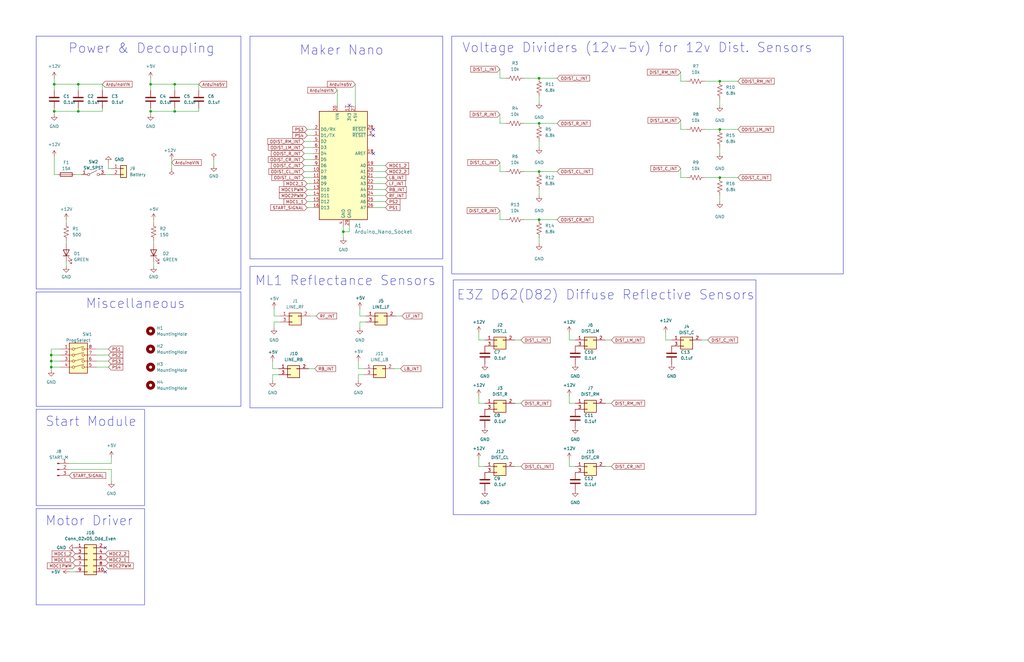
<source format=kicad_sch>
(kicad_sch (version 20231120) (generator "eeschema") (generator_version "8.0")
  (paper "B")
  (lib_symbols
    (symbol "Conn_02x02_Odd_Even_1" (pin_names (offset 1.016) hide)
      (property "Reference" "J7" (at 1.27 6.35 0))
      (property "Value" "Conn_02x02_Odd_Even_1" (at 1.27 3.81 0))
      (symbol "Conn_02x02_Odd_Even_1_1_1"
        (pin passive line (at -5.08 0 0) (length 3.81) (name "Pin_1") (number "1"))
        (pin passive line (at 7.62 0 180) (length 3.81) (name "Pin_2") (number "2"))
        (pin passive line (at -5.08 -2.54 0) (length 3.81) (name "Pin_3") (number "3"))
      )
    )
    (symbol "Conn_02x02_Odd_Even_2" (pin_names (offset 1.016) hide)
      (property "Reference" "J8" (at 1.27 6.35 0))
      (property "Value" "Conn_02x02_Odd_Even_2" (at 1.27 3.81 0))
      (symbol "Conn_02x02_Odd_Even_2_1_1"
        (pin passive line (at -5.08 0 0) (length 3.81) (name "Pin_1") (number "1"))
        (pin passive line (at 7.62 0 180) (length 3.81) (name "Pin_2") (number "2"))
        (pin passive line (at -5.08 -2.54 0) (length 3.81) (name "Pin_3") (number "3"))
      )
    )
    (symbol "Connector:Conn_01x03_Pin" (pin_names (offset 1.016) hide)
      (property "Reference" "J" (at 0 5.08 0))
      (property "Value" "Conn_01x03_Pin" (at 0 -5.08 0))
      (symbol "Conn_01x03_Pin_1_1"
        (pin passive line (at 5.08 2.54 180) (length 3.81) (name "Pin_1") (number "1"))
        (pin passive line (at 5.08 0 180) (length 3.81) (name "Pin_2") (number "2"))
        (pin passive line (at 5.08 -2.54 180) (length 3.81) (name "Pin_3") (number "3"))
      )
    )
    (symbol "Connector_Generic:Conn_01x02" (pin_names (offset 1.016) hide)
      (property "Reference" "J" (at 0 2.54 0))
      (property "Value" "Conn_01x02" (at 0 -5.08 0))
      (symbol "Conn_01x02_1_1"
        (pin passive line (at -5.08 0 0) (length 3.81) (name "Pin_1") (number "1"))
        (pin passive line (at -5.08 -2.54 0) (length 3.81) (name "Pin_2") (number "2"))
      )
    )
    (symbol "Connector_Generic:Conn_02x05_Odd_Even" (pin_names (offset 1.016) hide)
      (property "Reference" "J" (at 1.27 7.62 0))
      (property "Value" "Conn_02x05_Odd_Even" (at 1.27 -7.62 0))
      (symbol "Conn_02x05_Odd_Even_1_1"
        (pin passive line (at -5.08 5.08 0) (length 3.81) (name "Pin_1") (number "1"))
        (pin passive line (at 7.62 -5.08 180) (length 3.81) (name "Pin_10") (number "10"))
        (pin passive line (at 7.62 5.08 180) (length 3.81) (name "Pin_2") (number "2"))
        (pin passive line (at -5.08 2.54 0) (length 3.81) (name "Pin_3") (number "3"))
        (pin passive line (at 7.62 2.54 180) (length 3.81) (name "Pin_4") (number "4"))
        (pin passive line (at -5.08 0 0) (length 3.81) (name "Pin_5") (number "5"))
        (pin passive line (at 7.62 0 180) (length 3.81) (name "Pin_6") (number "6"))
        (pin passive line (at -5.08 -2.54 0) (length 3.81) (name "Pin_7") (number "7"))
        (pin passive line (at 7.62 -2.54 180) (length 3.81) (name "Pin_8") (number "8"))
        (pin passive line (at -5.08 -5.08 0) (length 3.81) (name "Pin_9") (number "9"))
      )
    )
    (symbol "Device:C" (pin_numbers hide) (pin_names (offset 0.254))
      (property "Reference" "C" (at 0.635 2.54 0))
      (property "Value" "C" (at 0.635 -2.54 0))
      (symbol "C_1_1"
        (pin passive line (at 0 3.81 270) (length 2.794) (name "~") (number "1"))
        (pin passive line (at 0 -3.81 90) (length 2.794) (name "~") (number "2"))
      )
    )
    (symbol "Device:Fuse" (pin_numbers hide) (pin_names (offset 0))
      (property "Reference" "F" (at 2.032 0 90))
      (property "Value" "Fuse" (at -1.905 0 90))
      (symbol "Fuse_1_1"
        (pin passive line (at 0 3.81 270) (length 1.27) (name "~") (number "1"))
        (pin passive line (at 0 -3.81 90) (length 1.27) (name "~") (number "2"))
      )
    )
    (symbol "Device:LED" (pin_numbers hide) (pin_names (offset 1.016) hide)
      (property "Reference" "D" (at 0 2.54 0))
      (property "Value" "LED" (at 0 -2.54 0))
      (symbol "LED_1_1"
        (pin passive line (at -3.81 0 0) (length 2.54) (name "K") (number "1"))
        (pin passive line (at 3.81 0 180) (length 2.54) (name "A") (number "2"))
      )
    )
    (symbol "Device:R_US" (pin_numbers hide) (pin_names (offset 0))
      (property "Reference" "R" (at 2.54 0 90))
      (property "Value" "R_US" (at -2.54 0 90))
      (symbol "R_US_1_1"
        (pin passive line (at 0 3.81 270) (length 1.27) (name "~") (number "1"))
        (pin passive line (at 0 -3.81 90) (length 1.27) (name "~") (number "2"))
      )
    )
    (symbol "GND_6" (power) (pin_numbers hide) (pin_names (offset 0) hide)
      (property "Value" "GND" (at 0 -3.81 0))
      (symbol "GND_6_1_1"
        (pin power_in line (at 0 0 270) (length 0) (name "~") (number "1"))
      )
    )
    (symbol "MCU_Module:Arduino_Nano_v3.x"
      (property "Reference" "A" (at -10.16 23.495 0))
      (property "Value" "Arduino_Nano_v3.x" (at 5.08 -24.13 0))
      (symbol "Arduino_Nano_v3.x_1_1"
        (pin bidirectional line (at -12.7 12.7 0) (length 2.54) (name "D1/TX") (number "1"))
        (pin bidirectional line (at -12.7 -2.54 0) (length 2.54) (name "D7") (number "10"))
        (pin bidirectional line (at -12.7 -5.08 0) (length 2.54) (name "D8") (number "11"))
        (pin bidirectional line (at -12.7 -7.62 0) (length 2.54) (name "D9") (number "12"))
        (pin bidirectional line (at -12.7 -10.16 0) (length 2.54) (name "D10") (number "13"))
        (pin bidirectional line (at -12.7 -12.7 0) (length 2.54) (name "D11") (number "14"))
        (pin bidirectional line (at -12.7 -15.24 0) (length 2.54) (name "D12") (number "15"))
        (pin bidirectional line (at -12.7 -17.78 0) (length 2.54) (name "D13") (number "16"))
        (pin power_out line (at 2.54 25.4 270) (length 2.54) (name "3V3") (number "17"))
        (pin input line (at 12.7 5.08 180) (length 2.54) (name "AREF") (number "18"))
        (pin bidirectional line (at 12.7 0 180) (length 2.54) (name "A0") (number "19"))
        (pin bidirectional line (at -12.7 15.24 0) (length 2.54) (name "D0/RX") (number "2"))
        (pin bidirectional line (at 12.7 -2.54 180) (length 2.54) (name "A1") (number "20"))
        (pin bidirectional line (at 12.7 -5.08 180) (length 2.54) (name "A2") (number "21"))
        (pin bidirectional line (at 12.7 -7.62 180) (length 2.54) (name "A3") (number "22"))
        (pin bidirectional line (at 12.7 -10.16 180) (length 2.54) (name "A4") (number "23"))
        (pin bidirectional line (at 12.7 -12.7 180) (length 2.54) (name "A5") (number "24"))
        (pin bidirectional line (at 12.7 -15.24 180) (length 2.54) (name "A6") (number "25"))
        (pin bidirectional line (at 12.7 -17.78 180) (length 2.54) (name "A7") (number "26"))
        (pin power_out line (at 5.08 25.4 270) (length 2.54) (name "+5V") (number "27"))
        (pin input line (at 12.7 15.24 180) (length 2.54) (name "~{RESET}") (number "28"))
        (pin power_in line (at 2.54 -25.4 90) (length 2.54) (name "GND") (number "29"))
        (pin input line (at 12.7 12.7 180) (length 2.54) (name "~{RESET}") (number "3"))
        (pin power_in line (at -2.54 25.4 270) (length 2.54) (name "VIN") (number "30"))
        (pin power_in line (at 0 -25.4 90) (length 2.54) (name "GND") (number "4"))
        (pin bidirectional line (at -12.7 10.16 0) (length 2.54) (name "D2") (number "5"))
        (pin bidirectional line (at -12.7 7.62 0) (length 2.54) (name "D3") (number "6"))
        (pin bidirectional line (at -12.7 5.08 0) (length 2.54) (name "D4") (number "7"))
        (pin bidirectional line (at -12.7 2.54 0) (length 2.54) (name "D5") (number "8"))
        (pin bidirectional line (at -12.7 0 0) (length 2.54) (name "D6") (number "9"))
      )
    )
    (symbol "Mechanical:MountingHole" (pin_names (offset 1.016))
      (property "Reference" "H" (at 0 5.08 0))
      (property "Value" "MountingHole" (at 0 3.175 0))
    )
    (symbol "Switch:SW_DIP_x04" (pin_names (offset 0) hide)
      (property "Reference" "SW" (at 0 8.89 0))
      (property "Value" "SW_DIP_x04" (at 0 -6.35 0))
      (symbol "SW_DIP_x04_1_1"
        (pin passive line (at -7.62 5.08 0) (length 5.08) (name "~") (number "1"))
        (pin passive line (at -7.62 2.54 0) (length 5.08) (name "~") (number "2"))
        (pin passive line (at -7.62 0 0) (length 5.08) (name "~") (number "3"))
        (pin passive line (at -7.62 -2.54 0) (length 5.08) (name "~") (number "4"))
        (pin passive line (at 7.62 -2.54 180) (length 5.08) (name "~") (number "5"))
        (pin passive line (at 7.62 0 180) (length 5.08) (name "~") (number "6"))
        (pin passive line (at 7.62 2.54 180) (length 5.08) (name "~") (number "7"))
        (pin passive line (at 7.62 5.08 180) (length 5.08) (name "~") (number "8"))
      )
    )
    (symbol "Switch:SW_SPST" (pin_names (offset 0) hide)
      (property "Reference" "SW1" (at 0 5.3508 0))
      (property "Value" "SW_SPST" (at 0 2.8139 0))
      (symbol "SW_SPST_1_1"
        (pin passive line (at -5.08 0 0) (length 2.54) (name "A") (number "1"))
        (pin passive line (at 5.08 0 180) (length 2.54) (name "B") (number "3"))
      )
    )
    (symbol "power:+12V" (power) (pin_names (offset 0))
      (property "Value" "+12V" (at 0 3.556 0))
      (symbol "+12V_1_1"
        (pin power_in line (at 0 0 90) (length 0) hide (name "+12V") (number "1"))
      )
    )
    (symbol "power:+3.3V" (power) (pin_names (offset 0))
      (property "Value" "+3.3V" (at 0 3.556 0))
      (symbol "+3.3V_1_1"
        (pin power_in line (at 0 0 90) (length 0) hide (name "+3.3V") (number "1"))
      )
    )
    (symbol "power:+5V" (power) (pin_numbers hide) (pin_names (offset 0) hide)
      (property "Value" "+5V" (at 0 3.556 0))
      (symbol "+5V_1_1"
        (pin power_in line (at 0 0 90) (length 0) (name "~") (number "1"))
      )
    )
    (symbol "power:GND" (power) (pin_names (offset 0))
      (property "Value" "GND" (at 0 -3.81 0))
      (symbol "GND_1_1"
        (pin power_in line (at 0 0 270) (length 0) hide (name "GND") (number "1"))
      )
    )
    (symbol "power:PWR_FLAG" (power) (pin_numbers hide) (pin_names (offset 0) hide)
      (property "Value" "PWR_FLAG" (at 0 3.81 0))
      (symbol "PWR_FLAG_0_0"
        (pin power_out line (at 0 0 90) (length 0) (name "pwr") (number "1"))
      )
    )
  )
  (junction (at 21.59 154.94))
  (junction (at 22.86 35.56))
  (junction (at 227.33 33.02))
  (junction (at 33.02 46.99))
  (junction (at 227.33 92.71))
  (junction (at 63.5 35.56))
  (junction (at 33.02 35.56))
  (junction (at 303.53 34.29))
  (junction (at 63.5 46.99))
  (junction (at 22.86 46.99))
  (junction (at 21.59 149.86))
  (junction (at 73.66 46.99))
  (junction (at 303.53 74.93))
  (junction (at 21.59 152.4))
  (junction (at 303.53 54.61))
  (junction (at 144.78 97.79))
  (junction (at 73.66 35.56))
  (junction (at 227.33 72.39))
  (junction (at 227.33 52.07))
  (no_connect (at 44.45 231.14))
  (no_connect (at 157.48 57.15))
  (no_connect (at 147.32 44.45))
  (no_connect (at 157.48 64.77))
  (no_connect (at 157.48 54.61))
  (no_connect (at 44.45 241.3))
  (wire (pts (xy 227.33 33.02) (xy 234.95 33.02)))
  (wire (pts (xy 255.27 170.18) (xy 257.81 170.18)))
  (wire (pts (xy 210.82 29.21) (xy 210.82 33.02)))
  (wire (pts (xy 115.57 133.35) (xy 115.57 130.175)))
  (wire (pts (xy 240.03 167.005) (xy 240.03 170.18)))
  (wire (pts (xy 118.11 133.35) (xy 115.57 133.35)))
  (wire (pts (xy 73.66 46.99) (xy 83.82 46.99)))
  (wire (pts (xy 27.94 92.71) (xy 27.94 93.98)))
  (wire (pts (xy 33.02 46.99) (xy 43.18 46.99)))
  (wire (pts (xy 63.5 33.02) (xy 63.5 35.56)))
  (wire (pts (xy 242.57 196.85) (xy 240.03 196.85)))
  (wire (pts (xy 63.5 46.99) (xy 73.66 46.99)))
  (wire (pts (xy 27.94 101.6) (xy 27.94 102.87)))
  (wire (pts (xy 157.48 77.47) (xy 162.56 77.47)))
  (wire (pts (xy 303.53 54.61) (xy 311.15 54.61)))
  (wire (pts (xy 201.93 143.51) (xy 201.93 140.335)))
  (wire (pts (xy 242.57 170.18) (xy 240.03 170.18)))
  (wire (pts (xy 21.59 154.94) (xy 25.4 154.94)))
  (wire (pts (xy 210.82 72.39) (xy 213.36 72.39)))
  (wire (pts (xy 227.33 52.07) (xy 234.95 52.07)))
  (wire (pts (xy 128.27 64.77) (xy 132.08 64.77)))
  (wire (pts (xy 255.27 143.51) (xy 257.81 143.51)))
  (wire (pts (xy 24.13 73.66) (xy 22.86 73.66)))
  (wire (pts (xy 287.02 54.61) (xy 289.56 54.61)))
  (wire (pts (xy 22.86 33.02) (xy 22.86 35.56)))
  (wire (pts (xy 45.72 71.12) (xy 46.99 71.12)))
  (wire (pts (xy 297.18 34.29) (xy 303.53 34.29)))
  (wire (pts (xy 204.47 170.18) (xy 201.93 170.18)))
  (wire (pts (xy 22.86 66.04) (xy 22.86 73.66)))
  (wire (pts (xy 240.03 193.675) (xy 240.03 196.85)))
  (wire (pts (xy 151.13 152.4) (xy 151.13 155.575)))
  (wire (pts (xy 157.48 80.01) (xy 162.56 80.01)))
  (wire (pts (xy 40.64 154.94) (xy 45.72 154.94)))
  (wire (pts (xy 43.18 35.56) (xy 43.18 38.1)))
  (wire (pts (xy 210.82 68.58) (xy 210.82 72.39)))
  (wire (pts (xy 151.765 135.89) (xy 151.765 138.43)))
  (wire (pts (xy 63.5 45.72) (xy 63.5 46.99)))
  (wire (pts (xy 295.91 143.51) (xy 298.45 143.51)))
  (wire (pts (xy 144.78 95.25) (xy 144.78 97.79)))
  (wire (pts (xy 29.21 198.12) (xy 46.99 198.12)))
  (wire (pts (xy 153.67 158.115) (xy 151.13 158.115)))
  (wire (pts (xy 33.02 35.56) (xy 43.18 35.56)))
  (wire (pts (xy 22.86 35.56) (xy 33.02 35.56)))
  (wire (pts (xy 63.5 46.99) (xy 63.5 48.26)))
  (wire (pts (xy 227.33 80.01) (xy 227.33 82.55)))
  (wire (pts (xy 201.93 170.18) (xy 201.93 167.005)))
  (wire (pts (xy 72.39 67.31) (xy 72.39 71.12)))
  (wire (pts (xy 149.86 35.56) (xy 149.86 44.45)))
  (wire (pts (xy 220.98 52.07) (xy 227.33 52.07)))
  (wire (pts (xy 114.935 158.115) (xy 114.935 160.655)))
  (wire (pts (xy 144.78 97.79) (xy 147.32 97.79)))
  (wire (pts (xy 128.27 67.31) (xy 132.08 67.31)))
  (wire (pts (xy 227.33 59.69) (xy 227.33 62.23)))
  (wire (pts (xy 201.93 196.85) (xy 201.93 193.675)))
  (wire (pts (xy 287.02 71.12) (xy 287.02 74.93)))
  (wire (pts (xy 21.59 152.4) (xy 21.59 154.94)))
  (wire (pts (xy 151.13 158.115) (xy 151.13 160.655)))
  (wire (pts (xy 22.86 45.72) (xy 22.86 46.99)))
  (wire (pts (xy 227.33 40.64) (xy 227.33 43.18)))
  (wire (pts (xy 153.67 155.575) (xy 151.13 155.575)))
  (wire (pts (xy 40.64 149.86) (xy 45.72 149.86)))
  (wire (pts (xy 210.82 33.02) (xy 213.36 33.02)))
  (wire (pts (xy 129.54 82.55) (xy 132.08 82.55)))
  (wire (pts (xy 130.175 155.575) (xy 132.715 155.575)))
  (wire (pts (xy 31.75 73.66) (xy 34.29 73.66)))
  (wire (pts (xy 303.53 62.23) (xy 303.53 64.77)))
  (wire (pts (xy 240.03 140.335) (xy 240.03 143.51)))
  (wire (pts (xy 157.48 82.55) (xy 162.56 82.55)))
  (wire (pts (xy 217.17 196.85) (xy 219.71 196.85)))
  (wire (pts (xy 303.53 74.93) (xy 311.15 74.93)))
  (wire (pts (xy 287.02 74.93) (xy 289.56 74.93)))
  (wire (pts (xy 167.005 133.35) (xy 169.545 133.35)))
  (wire (pts (xy 280.67 143.51) (xy 280.67 140.335)))
  (wire (pts (xy 210.82 52.07) (xy 213.36 52.07)))
  (wire (pts (xy 40.64 147.32) (xy 45.72 147.32)))
  (wire (pts (xy 166.37 155.575) (xy 168.91 155.575)))
  (wire (pts (xy 129.54 54.61) (xy 132.08 54.61)))
  (wire (pts (xy 287.02 30.48) (xy 287.02 34.29)))
  (wire (pts (xy 46.99 198.12) (xy 46.99 203.2)))
  (wire (pts (xy 73.66 35.56) (xy 83.82 35.56)))
  (wire (pts (xy 303.53 34.29) (xy 311.15 34.29)))
  (wire (pts (xy 151.765 130.175) (xy 151.765 133.35)))
  (wire (pts (xy 118.11 135.89) (xy 115.57 135.89)))
  (wire (pts (xy 90.17 67.31) (xy 90.17 69.85)))
  (wire (pts (xy 117.475 155.575) (xy 114.935 155.575)))
  (wire (pts (xy 130.81 133.35) (xy 133.35 133.35)))
  (wire (pts (xy 22.86 46.99) (xy 33.02 46.99)))
  (wire (pts (xy 129.54 87.63) (xy 132.08 87.63)))
  (wire (pts (xy 154.305 135.89) (xy 151.765 135.89)))
  (wire (pts (xy 129.54 57.15) (xy 132.08 57.15)))
  (wire (pts (xy 40.64 152.4) (xy 45.72 152.4)))
  (wire (pts (xy 63.5 35.56) (xy 73.66 35.56)))
  (wire (pts (xy 220.98 92.71) (xy 227.33 92.71)))
  (wire (pts (xy 73.66 45.72) (xy 73.66 46.99)))
  (wire (pts (xy 21.59 152.4) (xy 25.4 152.4)))
  (wire (pts (xy 63.5 38.1) (xy 63.5 35.56)))
  (wire (pts (xy 142.24 38.1) (xy 142.24 44.45)))
  (wire (pts (xy 287.02 50.8) (xy 287.02 54.61)))
  (wire (pts (xy 210.82 88.9) (xy 210.82 92.71)))
  (wire (pts (xy 64.77 92.71) (xy 64.77 93.98)))
  (wire (pts (xy 33.02 45.72) (xy 33.02 46.99)))
  (wire (pts (xy 255.27 196.85) (xy 257.81 196.85)))
  (wire (pts (xy 25.4 147.32) (xy 21.59 147.32)))
  (wire (pts (xy 45.72 68.58) (xy 45.72 71.12)))
  (wire (pts (xy 115.57 135.89) (xy 115.57 138.43)))
  (wire (pts (xy 157.48 69.85) (xy 162.56 69.85)))
  (wire (pts (xy 210.82 92.71) (xy 213.36 92.71)))
  (wire (pts (xy 204.47 143.51) (xy 201.93 143.51)))
  (wire (pts (xy 21.59 149.86) (xy 21.59 152.4)))
  (wire (pts (xy 22.86 38.1) (xy 22.86 35.56)))
  (wire (pts (xy 283.21 143.51) (xy 280.67 143.51)))
  (wire (pts (xy 73.66 35.56) (xy 73.66 38.1)))
  (wire (pts (xy 220.98 72.39) (xy 227.33 72.39)))
  (wire (pts (xy 297.18 54.61) (xy 303.53 54.61)))
  (wire (pts (xy 83.82 45.72) (xy 83.82 46.99)))
  (wire (pts (xy 157.48 72.39) (xy 162.56 72.39)))
  (wire (pts (xy 129.54 85.09) (xy 132.08 85.09)))
  (wire (pts (xy 154.305 133.35) (xy 151.765 133.35)))
  (wire (pts (xy 44.45 73.66) (xy 46.99 73.66)))
  (wire (pts (xy 157.48 85.09) (xy 162.56 85.09)))
  (wire (pts (xy 64.77 101.6) (xy 64.77 102.87)))
  (wire (pts (xy 64.77 110.49) (xy 64.77 112.395)))
  (wire (pts (xy 29.21 195.58) (xy 46.99 195.58)))
  (wire (pts (xy 217.17 143.51) (xy 219.71 143.51)))
  (wire (pts (xy 147.32 97.79) (xy 147.32 95.25)))
  (wire (pts (xy 128.27 72.39) (xy 132.08 72.39)))
  (wire (pts (xy 27.94 110.49) (xy 27.94 112.395)))
  (wire (pts (xy 217.17 170.18) (xy 219.71 170.18)))
  (wire (pts (xy 128.27 74.93) (xy 132.08 74.93)))
  (wire (pts (xy 227.33 100.33) (xy 227.33 102.87)))
  (wire (pts (xy 297.18 74.93) (xy 303.53 74.93)))
  (wire (pts (xy 242.57 143.51) (xy 240.03 143.51)))
  (wire (pts (xy 227.33 72.39) (xy 234.95 72.39)))
  (wire (pts (xy 128.27 69.85) (xy 132.08 69.85)))
  (wire (pts (xy 117.475 158.115) (xy 114.935 158.115)))
  (wire (pts (xy 83.82 35.56) (xy 83.82 38.1)))
  (wire (pts (xy 204.47 196.85) (xy 201.93 196.85)))
  (wire (pts (xy 220.98 33.02) (xy 227.33 33.02)))
  (wire (pts (xy 287.02 34.29) (xy 289.56 34.29)))
  (wire (pts (xy 46.99 195.58) (xy 46.99 193.04)))
  (wire (pts (xy 129.54 77.47) (xy 132.08 77.47)))
  (wire (pts (xy 33.02 35.56) (xy 33.02 38.1)))
  (wire (pts (xy 144.78 97.79) (xy 144.78 100.33)))
  (wire (pts (xy 303.53 41.91) (xy 303.53 44.45)))
  (wire (pts (xy 157.48 87.63) (xy 162.56 87.63)))
  (wire (pts (xy 227.33 92.71) (xy 234.95 92.71)))
  (wire (pts (xy 21.59 147.32) (xy 21.59 149.86)))
  (wire (pts (xy 22.86 46.99) (xy 22.86 48.26)))
  (wire (pts (xy 210.82 48.26) (xy 210.82 52.07)))
  (wire (pts (xy 43.18 45.72) (xy 43.18 46.99)))
  (wire (pts (xy 29.21 241.3) (xy 31.75 241.3)))
  (wire (pts (xy 128.27 59.69) (xy 132.08 59.69)))
  (wire (pts (xy 21.59 149.86) (xy 25.4 149.86)))
  (wire (pts (xy 114.935 155.575) (xy 114.935 152.4)))
  (wire (pts (xy 157.48 74.93) (xy 162.56 74.93)))
  (wire (pts (xy 21.59 156.21) (xy 21.59 154.94)))
  (wire (pts (xy 128.27 62.23) (xy 132.08 62.23)))
  (wire (pts (xy 303.53 82.55) (xy 303.53 85.09)))
  (wire (pts (xy 129.54 80.01) (xy 132.08 80.01)))
  (rectangle (start 15.24 214.63) (end 60.96 255.27))
  (rectangle (start 191.135 118.11) (end 318.77 217.17))
  (rectangle (start 105.41 112.395) (end 186.69 172.085))
  (rectangle (start 15.24 123.19) (end 101.6 171.45))
  (rectangle (start 190.5 15.24) (end 355.6 115.57))
  (rectangle (start 15.24 15.24) (end 101.6 121.92))
  (rectangle (start 15.24 172.72) (end 60.96 213.36))
  (rectangle (start 105.41 15.24) (end 186.69 109.22))
  (text "E3Z D62(D82) Diffuse Reflective Sensors\n\n" (at 192.532 133.35 0) (effects (font (size 4 4)) (justify left bottom)))
  (text "Motor Driver\n" (at 19.05 222.25 0) (effects (font (size 4 4)) (justify left bottom)))
  (text "Maker Nano\n" (at 126.238 23.622 0) (effects (font (size 4 4)) (justify left bottom)))
  (text "Start Module" (at 19.05 180.34 0) (effects (font (size 4 4)) (justify left bottom)))
  (text "Power & Decoupling\n" (at 28.702 22.86 0) (effects (font (size 4 4)) (justify left bottom)))
  (text "ML1 Reflectance Sensors\n" (at 107.442 120.904 0) (effects (font (size 4 4)) (justify left bottom)))
  (text "Miscellaneous" (at 36.068 130.556 0) (effects (font (size 4 4)) (justify left bottom)))
  (text "Voltage Dividers (12v-5v) for 12v Dist. Sensors\n" (at 194.818 22.606 0) (effects (font (size 4 4)) (justify left bottom)))
  (global_label "MDC2PWM" (shape input) (at 44.45 238.76 0) (property "Intersheetrefs" "${INTERSHEET_REFS}" (effects (hide yes))))
  (global_label "RB_INT" (shape input) (at 162.56 80.01 0) (property "Intersheetrefs" "${INTERSHEET_REFS}" (effects (hide yes))))
  (global_label "LB_INT" (shape input) (at 168.91 155.575 0) (property "Intersheetrefs" "${INTERSHEET_REFS}" (effects (hide yes))))
  (global_label "MDC1PWM" (shape input) (at 31.75 238.76 180) (property "Intersheetrefs" "${INTERSHEET_REFS}" (effects (hide yes))))
  (global_label "PS4" (shape input) (at 129.54 57.15 180) (property "Intersheetrefs" "${INTERSHEET_REFS}" (effects (hide yes))))
  (global_label "DIST_L_INT" (shape input) (at 219.71 143.51 0) (property "Intersheetrefs" "${INTERSHEET_REFS}" (effects (hide yes))))
  (global_label "Arduino5V" (shape input) (at 149.86 35.56 180) (property "Intersheetrefs" "${INTERSHEET_REFS}" (effects (hide yes))))
  (global_label "DIST_CR_INT" (shape input) (at 257.81 196.85 0) (property "Intersheetrefs" "${INTERSHEET_REFS}" (effects (hide yes))))
  (global_label "DIST_RM_INT" (shape input) (at 257.81 170.18 0) (property "Intersheetrefs" "${INTERSHEET_REFS}" (effects (hide yes))))
  (global_label "DIST_LM_INT" (shape input) (at 287.02 50.8 180) (property "Intersheetrefs" "${INTERSHEET_REFS}" (effects (hide yes))))
  (global_label "MDC1_2" (shape input) (at 162.56 69.85 0) (property "Intersheetrefs" "${INTERSHEET_REFS}" (effects (hide yes))))
  (global_label "MDC2_1" (shape input) (at 44.45 236.22 0) (property "Intersheetrefs" "${INTERSHEET_REFS}" (effects (hide yes))))
  (global_label "MDC1_1" (shape input) (at 31.75 236.22 180) (property "Intersheetrefs" "${INTERSHEET_REFS}" (effects (hide yes))))
  (global_label "ODIST_R_INT" (shape input) (at 234.95 52.07 0) (property "Intersheetrefs" "${INTERSHEET_REFS}" (effects (hide yes))))
  (global_label "DIST_R_INT" (shape input) (at 210.82 48.26 180) (property "Intersheetrefs" "${INTERSHEET_REFS}" (effects (hide yes))))
  (global_label "ArduinoVIN" (shape input) (at 142.24 38.1 180) (property "Intersheetrefs" "${INTERSHEET_REFS}" (effects (hide yes))))
  (global_label "DIST_C_INT" (shape input) (at 298.45 143.51 0) (property "Intersheetrefs" "${INTERSHEET_REFS}" (effects (hide yes))))
  (global_label "RF_INT" (shape input) (at 133.35 133.35 0) (property "Intersheetrefs" "${INTERSHEET_REFS}" (effects (hide yes))))
  (global_label "RB_INT" (shape input) (at 132.715 155.575 0) (property "Intersheetrefs" "${INTERSHEET_REFS}" (effects (hide yes))))
  (global_label "RF_INT" (shape input) (at 162.56 82.55 0) (property "Intersheetrefs" "${INTERSHEET_REFS}" (effects (hide yes))))
  (global_label "ODIST_C_INT" (shape input) (at 311.15 74.93 0) (property "Intersheetrefs" "${INTERSHEET_REFS}" (effects (hide yes))))
  (global_label "PS2" (shape input) (at 162.56 85.09 0) (property "Intersheetrefs" "${INTERSHEET_REFS}" (effects (hide yes))))
  (global_label "MDC2_2" (shape input) (at 162.56 72.39 0) (property "Intersheetrefs" "${INTERSHEET_REFS}" (effects (hide yes))))
  (global_label "DIST_LM_INT" (shape input) (at 257.81 143.51 0) (property "Intersheetrefs" "${INTERSHEET_REFS}" (effects (hide yes))))
  (global_label "ArduinoVIN" (shape input) (at 43.18 35.56 0) (property "Intersheetrefs" "${INTERSHEET_REFS}" (effects (hide yes))))
  (global_label "ODIST_CR_INT" (shape input) (at 128.27 67.31 180) (property "Intersheetrefs" "${INTERSHEET_REFS}" (effects (hide yes))))
  (global_label "LF_INT" (shape input) (at 162.56 77.47 0) (property "Intersheetrefs" "${INTERSHEET_REFS}" (effects (hide yes))))
  (global_label "DIST_C_INT" (shape input) (at 287.02 71.12 180) (property "Intersheetrefs" "${INTERSHEET_REFS}" (effects (hide yes))))
  (global_label "ODIST_CL_INT" (shape input) (at 234.95 72.39 0) (property "Intersheetrefs" "${INTERSHEET_REFS}" (effects (hide yes))))
  (global_label "PS1" (shape input) (at 162.56 87.63 0) (property "Intersheetrefs" "${INTERSHEET_REFS}" (effects (hide yes))))
  (global_label "ODIST_LM_INT" (shape input) (at 128.27 62.23 180) (property "Intersheetrefs" "${INTERSHEET_REFS}" (effects (hide yes))))
  (global_label "START_SIGNAL" (shape input) (at 29.21 200.66 0) (property "Intersheetrefs" "${INTERSHEET_REFS}" (effects (hide yes))))
  (global_label "ODIST_CL_INT" (shape input) (at 128.27 72.39 180) (property "Intersheetrefs" "${INTERSHEET_REFS}" (effects (hide yes))))
  (global_label "DIST_R_INT" (shape input) (at 219.71 170.18 0) (property "Intersheetrefs" "${INTERSHEET_REFS}" (effects (hide yes))))
  (global_label "ArduinoVIN" (shape input) (at 72.39 68.58 0) (property "Intersheetrefs" "${INTERSHEET_REFS}" (effects (hide yes))))
  (global_label "MDC2_2" (shape input) (at 44.45 233.68 0) (property "Intersheetrefs" "${INTERSHEET_REFS}" (effects (hide yes))))
  (global_label "ODIST_RM_INT" (shape input) (at 311.15 34.29 0) (property "Intersheetrefs" "${INTERSHEET_REFS}" (effects (hide yes))))
  (global_label "ODIST_L_INT" (shape input) (at 234.95 33.02 0) (property "Intersheetrefs" "${INTERSHEET_REFS}" (effects (hide yes))))
  (global_label "DIST_CL_INT" (shape input) (at 219.71 196.85 0) (property "Intersheetrefs" "${INTERSHEET_REFS}" (effects (hide yes))))
  (global_label "PS1" (shape input) (at 45.72 147.32 0) (property "Intersheetrefs" "${INTERSHEET_REFS}" (effects (hide yes))))
  (global_label "ODIST_R_INT" (shape input) (at 128.27 64.77 180) (property "Intersheetrefs" "${INTERSHEET_REFS}" (effects (hide yes))))
  (global_label "DIST_CL_INT" (shape input) (at 210.82 68.58 180) (property "Intersheetrefs" "${INTERSHEET_REFS}" (effects (hide yes))))
  (global_label "PS3" (shape input) (at 45.72 152.4 0) (property "Intersheetrefs" "${INTERSHEET_REFS}" (effects (hide yes))))
  (global_label "MDC1PWM" (shape input) (at 129.54 80.01 180) (property "Intersheetrefs" "${INTERSHEET_REFS}" (effects (hide yes))))
  (global_label "ODIST_RM_INT" (shape input) (at 128.27 59.69 180) (property "Intersheetrefs" "${INTERSHEET_REFS}" (effects (hide yes))))
  (global_label "ODIST_LM_INT" (shape input) (at 311.15 54.61 0) (property "Intersheetrefs" "${INTERSHEET_REFS}" (effects (hide yes))))
  (global_label "MDC1_2" (shape input) (at 31.75 233.68 180) (property "Intersheetrefs" "${INTERSHEET_REFS}" (effects (hide yes))))
  (global_label "MDC1_1" (shape input) (at 129.54 85.09 180) (property "Intersheetrefs" "${INTERSHEET_REFS}" (effects (hide yes))))
  (global_label "ODIST_CR_INT" (shape input) (at 234.95 92.71 0) (property "Intersheetrefs" "${INTERSHEET_REFS}" (effects (hide yes))))
  (global_label "ODIST_L_INT" (shape input) (at 128.27 74.93 180) (property "Intersheetrefs" "${INTERSHEET_REFS}" (effects (hide yes))))
  (global_label "DIST_RM_INT" (shape input) (at 287.02 30.48 180) (property "Intersheetrefs" "${INTERSHEET_REFS}" (effects (hide yes))))
  (global_label "PS3" (shape input) (at 129.54 54.61 180) (property "Intersheetrefs" "${INTERSHEET_REFS}" (effects (hide yes))))
  (global_label "DIST_CR_INT" (shape input) (at 210.82 88.9 180) (property "Intersheetrefs" "${INTERSHEET_REFS}" (effects (hide yes))))
  (global_label "DIST_L_INT" (shape input) (at 210.82 29.21 180) (property "Intersheetrefs" "${INTERSHEET_REFS}" (effects (hide yes))))
  (global_label "Arduino5V" (shape input) (at 83.82 35.56 0) (property "Intersheetrefs" "${INTERSHEET_REFS}" (effects (hide yes))))
  (global_label "MDC2_1" (shape input) (at 129.54 77.47 180) (property "Intersheetrefs" "${INTERSHEET_REFS}" (effects (hide yes))))
  (global_label "PS4" (shape input) (at 45.72 154.94 0) (property "Intersheetrefs" "${INTERSHEET_REFS}" (effects (hide yes))))
  (global_label "PS2" (shape input) (at 45.72 149.86 0) (property "Intersheetrefs" "${INTERSHEET_REFS}" (effects (hide yes))))
  (global_label "START_SIGNAL" (shape input) (at 129.54 87.63 180) (property "Intersheetrefs" "${INTERSHEET_REFS}" (effects (hide yes))))
  (global_label "LF_INT" (shape input) (at 169.545 133.35 0) (property "Intersheetrefs" "${INTERSHEET_REFS}" (effects (hide yes))))
  (global_label "MDC2PWM" (shape input) (at 129.54 82.55 180) (property "Intersheetrefs" "${INTERSHEET_REFS}" (effects (hide yes))))
  (global_label "ODIST_C_INT" (shape input) (at 128.27 69.85 180) (property "Intersheetrefs" "${INTERSHEET_REFS}" (effects (hide yes))))
  (global_label "LB_INT" (shape input) (at 162.56 74.93 0) (property "Intersheetrefs" "${INTERSHEET_REFS}" (effects (hide yes))))
  (symbol (lib_id "Device:C") (at 242.57 203.2 0) (unit 1)
    (property "Reference" "C12" (at 246.38 201.93 0) (effects (justify left)))
    (property "Value" "0.1uf" (at 246.38 204.47 0) (effects (justify left)))
    (property "Footprint" "Capacitor_SMD:C_0805_2012Metric_Pad1.18x1.45mm_HandSolder" (effects (hide yes)))
  )
  (symbol (lib_id "power:GND") (at 242.57 180.34 0) (unit 1)
    (property "Reference" "#PWR014" (effects (hide yes)))
    (property "Value" "GND" (at 242.57 185.42 0))
  )
  (symbol (lib_id "power:+3.3V") (at 201.93 167.005 0) (unit 1)
    (property "Reference" "#PWR05" (effects (hide yes)))
    (property "Value" "+12V" (at 201.93 162.56 0))
  )
  (symbol (lib_id "Device:R_US") (at 227.33 55.88 180) (unit 1)
    (property "Reference" "R5" (at 229.87 54.6099 0) (effects (justify right)))
    (property "Value" "6.8k" (at 229.87 57.1499 0) (effects (justify right)))
    (property "Footprint" "Resistor_SMD:R_0805_2012Metric_Pad1.20x1.40mm_HandSolder" (effects (hide yes)))
    (property "Description" "Resistor, US symbol" (effects (hide yes)))
  )
  (symbol (lib_id "Device:LED") (at 27.94 106.68 90) (unit 1)
    (property "Reference" "D1" (at 31.115 106.9974 90) (effects (justify right)))
    (property "Value" "GREEN" (at 31.115 109.5374 90) (effects (justify right)))
    (property "Footprint" "Capacitor_SMD:C_0603_1608Metric_Pad1.08x0.95mm_HandSolder" (effects (hide yes)))
  )
  (symbol (lib_id "power:GND") (at 114.935 160.655 0) (unit 1)
    (property "Reference" "#PWR032" (effects (hide yes)))
    (property "Value" "GND" (at 114.935 165.735 0))
  )
  (symbol (lib_id "power:+3.3V") (at 201.93 140.335 0) (unit 1)
    (property "Reference" "#PWR03" (effects (hide yes)))
    (property "Value" "+12V" (at 201.93 135.89 0))
  )
  (symbol (lib_id "power:+3.3V") (at 115.57 130.175 0) (unit 1)
    (property "Reference" "#PWR01" (effects (hide yes)))
    (property "Value" "+5V" (at 115.57 125.984 0))
  )
  (symbol (lib_id "Device:R_US") (at 303.53 38.1 180) (unit 1)
    (property "Reference" "R10" (at 306.07 36.8299 0) (effects (justify right)))
    (property "Value" "6.8k" (at 306.07 39.3699 0) (effects (justify right)))
    (property "Footprint" "Resistor_SMD:R_0805_2012Metric_Pad1.20x1.40mm_HandSolder" (effects (hide yes)))
    (property "Description" "Resistor, US symbol" (effects (hide yes)))
  )
  (symbol (lib_id "Device:R_US") (at 303.53 58.42 180) (unit 1)
    (property "Reference" "R15" (at 306.07 57.1499 0) (effects (justify right)))
    (property "Value" "6.8k" (at 306.07 59.6899 0) (effects (justify right)))
    (property "Footprint" "Resistor_SMD:R_0805_2012Metric_Pad1.20x1.40mm_HandSolder" (effects (hide yes)))
    (property "Description" "Resistor, US symbol" (effects (hide yes)))
  )
  (symbol (lib_name "Conn_02x02_Odd_Even_2") (lib_id "Connector_Generic:Conn_02x02_Odd_Even") (at 247.65 143.51 0) (unit 1)
    (property "Reference" "J6" (at 248.92 137.16 0))
    (property "Value" "DIST_LM" (at 248.92 139.7 0))
    (property "Footprint" "Connector_PinHeader_2.54mm:PinHeader_1x03_P2.54mm_Vertical" (effects (hide yes)))
  )
  (symbol (lib_name "GND_6") (lib_id "power:GND") (at 31.75 231.14 270) (unit 1)
    (property "Reference" "#PWR065" (effects (hide yes)))
    (property "Value" "GND" (at 27.94 231.1399 90) (effects (justify right)))
    (property "Description" "Power symbol creates a global label with name \"GND\" , ground" (effects (hide yes)))
  )
  (symbol (lib_id "power:PWR_FLAG") (at 72.39 71.12 180) (unit 1)
    (property "Reference" "#FLG01" (effects (hide yes)))
    (property "Value" "PWR_FLAG" (effects (hide yes)))
  )
  (symbol (lib_id "power:GND") (at 303.53 44.45 0) (unit 1)
    (property "Reference" "#PWR044" (effects (hide yes)))
    (property "Value" "GND" (at 303.53 50.8 0))
  )
  (symbol (lib_id "Device:R_US") (at 217.17 72.39 90) (unit 1)
    (property "Reference" "R6" (at 217.17 66.04 90))
    (property "Value" "10k" (at 217.17 68.58 90))
    (property "Footprint" "Resistor_SMD:R_0805_2012Metric_Pad1.20x1.40mm_HandSolder" (effects (hide yes)))
    (property "Description" "Resistor, US symbol" (effects (hide yes)))
  )
  (symbol (lib_id "Device:C") (at 83.82 41.91 0) (unit 1)
    (property "Reference" "C6" (at 87.63 40.64 0) (effects (justify left)))
    (property "Value" "0.1uf" (at 87.63 43.18 0) (effects (justify left)))
    (property "Footprint" "Capacitor_SMD:C_0805_2012Metric_Pad1.18x1.45mm_HandSolder" (effects (hide yes)))
  )
  (symbol (lib_id "power:+3.3V") (at 46.99 193.04 0) (unit 1)
    (property "Reference" "#PWR015" (effects (hide yes)))
    (property "Value" "+5V" (at 46.99 187.96 0))
  )
  (symbol (lib_id "Mechanical:MountingHole") (at 63.5 139.7 0) (unit 1)
    (property "Reference" "H1" (at 66.04 138.43 0) (effects (justify left)))
    (property "Value" "MountingHole" (at 66.04 140.97 0) (effects (justify left)))
    (property "Footprint" "MountingHole:MountingHole_2.2mm_M2_ISO7380" (effects (hide yes)))
  )
  (symbol (lib_id "Connector:Conn_01x03_Pin") (at 24.13 198.12 0) (unit 1)
    (property "Reference" "J8" (at 24.765 190.5 0))
    (property "Value" "START_M" (at 24.765 193.04 0))
    (property "Footprint" "Connector_PinSocket_2.54mm:PinSocket_1x03_P2.54mm_Vertical" (effects (hide yes)))
  )
  (symbol (lib_id "power:+12V") (at 22.86 33.02 0) (unit 1)
    (property "Reference" "#PWR018" (effects (hide yes)))
    (property "Value" "+12V" (at 22.86 27.94 0))
  )
  (symbol (lib_id "power:GND") (at 45.72 68.58 180) (unit 1)
    (property "Reference" "#PWR023" (effects (hide yes)))
    (property "Value" "GND" (at 48.26 67.31 0) (effects (justify right)))
  )
  (symbol (lib_id "power:+3.3V") (at 151.13 152.4 0) (unit 1)
    (property "Reference" "#PWR033" (effects (hide yes)))
    (property "Value" "+5V" (at 151.13 148.336 0))
  )
  (symbol (lib_id "power:GND") (at 242.57 153.67 0) (unit 1)
    (property "Reference" "#PWR012" (effects (hide yes)))
    (property "Value" "GND" (at 242.57 158.75 0))
  )
  (symbol (lib_id "power:GND") (at 227.33 82.55 0) (unit 1)
    (property "Reference" "#PWR040" (effects (hide yes)))
    (property "Value" "GND" (at 227.33 88.9 0))
  )
  (symbol (lib_id "power:GND") (at 64.77 112.395 0) (unit 1)
    (property "Reference" "#PWR027" (effects (hide yes)))
    (property "Value" "GND" (at 64.77 116.84 0))
  )
  (symbol (lib_id "power:GND") (at 303.53 85.09 0) (unit 1)
    (property "Reference" "#PWR046" (effects (hide yes)))
    (property "Value" "GND" (at 303.53 91.44 0))
  )
  (symbol (lib_id "power:+3.3V") (at 201.93 193.675 0) (unit 1)
    (property "Reference" "#PWR036" (effects (hide yes)))
    (property "Value" "+12V" (at 201.93 189.23 0))
  )
  (symbol (lib_id "Device:C") (at 33.02 41.91 0) (unit 1)
    (property "Reference" "C2" (at 36.83 40.64 0) (effects (justify left)))
    (property "Value" "0.1uf" (at 36.83 43.18 0) (effects (justify left)))
    (property "Footprint" "Capacitor_SMD:C_0805_2012Metric_Pad1.18x1.45mm_HandSolder" (effects (hide yes)))
  )
  (symbol (lib_id "Device:R_US") (at 293.37 34.29 90) (unit 1)
    (property "Reference" "R7" (at 293.37 27.94 90))
    (property "Value" "10k" (at 293.37 30.48 90))
    (property "Footprint" "Resistor_SMD:R_0805_2012Metric_Pad1.20x1.40mm_HandSolder" (effects (hide yes)))
    (property "Description" "Resistor, US symbol" (effects (hide yes)))
  )
  (symbol (lib_id "MCU_Module:Arduino_Nano_v3.x") (at 144.78 69.85 0) (unit 1)
    (property "Reference" "A1" (at 149.5141 95.25 0) (effects (font (size 1.524 1.524)) (justify left)))
    (property "Value" "Arduino_Nano_Socket" (at 149.5141 97.79 0) (effects (font (size 1.524 1.524)) (justify left)))
    (property "Footprint" "Module:Arduino_Nano" (effects (hide yes)))
    (property "Datasheet" "http://www.mouser.com/pdfdocs/Gravitech_Arduino_Nano3_0.pdf" (effects (hide yes)))
    (property "Description" "Arduino Nano v3.x" (effects (hide yes)))
  )
  (symbol (lib_id "Device:R_US") (at 27.94 97.79 0) (unit 1)
    (property "Reference" "R1" (at 30.48 96.5199 0) (effects (justify left)))
    (property "Value" "500" (at 30.48 99.0599 0) (effects (justify left)))
    (property "Footprint" "Diode_SMD:D_0805_2012Metric_Pad1.15x1.40mm_HandSolder" (effects (hide yes)))
  )
  (symbol (lib_id "power:+3.3V") (at 64.77 92.71 0) (unit 1)
    (property "Reference" "#PWR026" (effects (hide yes)))
    (property "Value" "+5V" (at 64.77 88.265 0))
  )
  (symbol (lib_id "Device:C") (at 22.86 41.91 0) (unit 1)
    (property "Reference" "C1" (at 26.67 40.64 0) (effects (justify left)))
    (property "Value" "0.1uf" (at 26.67 43.18 0) (effects (justify left)))
    (property "Footprint" "Capacitor_SMD:C_0805_2012Metric_Pad1.18x1.45mm_HandSolder" (effects (hide yes)))
  )
  (symbol (lib_id "Mechanical:MountingHole") (at 63.5 154.94 0) (unit 1)
    (property "Reference" "H3" (at 66.04 153.67 0) (effects (justify left)))
    (property "Value" "MountingHole" (at 66.04 156.21 0) (effects (justify left)))
    (property "Footprint" "MountingHole:MountingHole_2.2mm_M2_ISO7380" (effects (hide yes)))
  )
  (symbol (lib_name "Conn_02x02_Odd_Even_1") (lib_id "Connector_Generic:Conn_02x02_Odd_Even") (at 209.55 196.85 0) (unit 1)
    (property "Reference" "J12" (at 210.82 190.5 0))
    (property "Value" "DIST_CL" (at 210.82 193.04 0))
    (property "Footprint" "Connector_PinHeader_2.54mm:PinHeader_1x03_P2.54mm_Vertical" (effects (hide yes)))
  )
  (symbol (lib_name "Conn_02x02_Odd_Even_2") (lib_id "Connector_Generic:Conn_02x02_Odd_Even") (at 247.65 196.85 0) (unit 1)
    (property "Reference" "J15" (at 248.92 190.5 0))
    (property "Value" "DIST_CR" (at 248.92 193.04 0))
    (property "Footprint" "Connector_PinHeader_2.54mm:PinHeader_1x03_P2.54mm_Vertical" (effects (hide yes)))
  )
  (symbol (lib_id "Connector_Generic:Conn_02x05_Odd_Even") (at 36.83 236.22 0) (unit 1)
    (property "Reference" "J16" (at 38.1 224.79 0))
    (property "Value" "Conn_02x05_Odd_Even" (at 38.1 227.33 0))
    (property "Footprint" "Connector_PinSocket_2.54mm:PinSocket_2x05_P2.54mm_Vertical" (effects (hide yes)))
    (property "Description" "Generic connector, double row, 02x05, odd/even pin numbering scheme (row 1 odd numbers, row 2 even numbers), script generated (kicad-library-utils/schlib/autogen/connector/)" (effects (hide yes)))
  )
  (symbol (lib_id "Device:R_US") (at 227.33 36.83 180) (unit 1)
    (property "Reference" "R11" (at 229.87 35.5599 0) (effects (justify right)))
    (property "Value" "6.8k" (at 229.87 38.0999 0) (effects (justify right)))
    (property "Footprint" "Resistor_SMD:R_0805_2012Metric_Pad1.20x1.40mm_HandSolder" (effects (hide yes)))
    (property "Description" "Resistor, US symbol" (effects (hide yes)))
  )
  (symbol (lib_id "Device:R_US") (at 217.17 52.07 90) (unit 1)
    (property "Reference" "R4" (at 217.17 45.72 90))
    (property "Value" "10k" (at 217.17 48.26 90))
    (property "Footprint" "Resistor_SMD:R_0805_2012Metric_Pad1.20x1.40mm_HandSolder" (effects (hide yes)))
    (property "Description" "Resistor, US symbol" (effects (hide yes)))
  )
  (symbol (lib_id "power:+12V") (at 22.86 66.04 0) (unit 1)
    (property "Reference" "#PWR020" (effects (hide yes)))
    (property "Value" "+12V" (at 22.86 60.96 0))
  )
  (symbol (lib_id "Device:R_US") (at 227.33 76.2 180) (unit 1)
    (property "Reference" "R12" (at 229.87 74.9299 0) (effects (justify right)))
    (property "Value" "6.8k" (at 229.87 77.4699 0) (effects (justify right)))
    (property "Footprint" "Resistor_SMD:R_0805_2012Metric_Pad1.20x1.40mm_HandSolder" (effects (hide yes)))
    (property "Description" "Resistor, US symbol" (effects (hide yes)))
  )
  (symbol (lib_id "power:GND") (at 151.13 160.655 0) (unit 1)
    (property "Reference" "#PWR034" (effects (hide yes)))
    (property "Value" "GND" (at 151.13 165.735 0))
  )
  (symbol (lib_id "Device:C") (at 204.47 149.86 0) (unit 1)
    (property "Reference" "C7" (at 208.28 148.59 0) (effects (justify left)))
    (property "Value" "0.1uf" (at 208.28 151.13 0) (effects (justify left)))
    (property "Footprint" "Capacitor_SMD:C_0805_2012Metric_Pad1.18x1.45mm_HandSolder" (effects (hide yes)))
  )
  (symbol (lib_id "power:GND") (at 242.57 207.01 0) (unit 1)
    (property "Reference" "#PWR037" (effects (hide yes)))
    (property "Value" "GND" (at 242.57 212.09 0))
  )
  (symbol (lib_id "power:+3.3V") (at 240.03 167.005 0) (unit 1)
    (property "Reference" "#PWR013" (effects (hide yes)))
    (property "Value" "+12V" (at 240.03 162.56 0))
  )
  (symbol (lib_id "power:GND") (at 204.47 207.01 0) (unit 1)
    (property "Reference" "#PWR029" (effects (hide yes)))
    (property "Value" "GND" (at 204.47 212.09 0))
  )
  (symbol (lib_id "Switch:SW_SPST") (at 39.37 73.66 0) (unit 1)
    (property "Reference" "SW2" (at 39.37 68.3092 0))
    (property "Value" "SW_SPST" (at 39.37 70.8461 0))
    (property "Footprint" "Button_Switch_THT:SW_AS11CP" (effects (hide yes)))
    (property "Description" "Single Pole Single Throw (SPST) switch" (effects (hide yes)))
  )
  (symbol (lib_name "Conn_02x02_Odd_Even_2") (lib_id "Connector_Generic:Conn_02x02_Odd_Even") (at 247.65 170.18 0) (unit 1)
    (property "Reference" "J7" (at 248.92 163.83 0))
    (property "Value" "DIST_RM" (at 248.92 166.37 0))
    (property "Footprint" "Connector_PinHeader_2.54mm:PinHeader_1x03_P2.54mm_Vertical" (effects (hide yes)))
  )
  (symbol (lib_id "power:GND") (at 283.21 153.67 0) (unit 1)
    (property "Reference" "#PWR08" (effects (hide yes)))
    (property "Value" "GND" (at 283.21 158.75 0))
  )
  (symbol (lib_id "power:GND") (at 21.59 156.21 0) (unit 1)
    (property "Reference" "#PWR017" (effects (hide yes)))
    (property "Value" "GND" (at 21.59 161.29 0))
  )
  (symbol (lib_id "Device:C") (at 43.18 41.91 0) (unit 1)
    (property "Reference" "C3" (at 46.99 40.64 0) (effects (justify left)))
    (property "Value" "0.1uf" (at 46.99 43.18 0) (effects (justify left)))
    (property "Footprint" "Capacitor_SMD:C_0805_2012Metric_Pad1.18x1.45mm_HandSolder" (effects (hide yes)))
  )
  (symbol (lib_id "Device:R_US") (at 227.33 96.52 180) (unit 1)
    (property "Reference" "R14" (at 229.87 95.2499 0) (effects (justify right)))
    (property "Value" "6.8k" (at 229.87 97.7899 0) (effects (justify right)))
    (property "Footprint" "Resistor_SMD:R_0805_2012Metric_Pad1.20x1.40mm_HandSolder" (effects (hide yes)))
    (property "Description" "Resistor, US symbol" (effects (hide yes)))
  )
  (symbol (lib_id "power:+3.3V") (at 240.03 193.675 0) (unit 1)
    (property "Reference" "#PWR042" (effects (hide yes)))
    (property "Value" "+12V" (at 240.03 189.23 0))
  )
  (symbol (lib_id "power:+3.3V") (at 280.67 140.335 0) (unit 1)
    (property "Reference" "#PWR07" (effects (hide yes)))
    (property "Value" "+12V" (at 280.67 135.255 0))
  )
  (symbol (lib_id "power:GND") (at 204.47 153.67 0) (unit 1)
    (property "Reference" "#PWR04" (effects (hide yes)))
    (property "Value" "GND" (at 204.47 158.75 0))
  )
  (symbol (lib_id "power:+3.3V") (at 240.03 140.335 0) (unit 1)
    (property "Reference" "#PWR011" (effects (hide yes)))
    (property "Value" "+12V" (at 240.03 135.89 0))
  )
  (symbol (lib_id "Device:LED") (at 64.77 106.68 90) (unit 1)
    (property "Reference" "D2" (at 68.58 106.9974 90) (effects (justify right)))
    (property "Value" "GREEN" (at 68.58 109.5374 90) (effects (justify right)))
    (property "Footprint" "Capacitor_SMD:C_0603_1608Metric_Pad1.08x0.95mm_HandSolder" (effects (hide yes)))
  )
  (symbol (lib_id "Device:R_US") (at 64.77 97.79 0) (unit 1)
    (property "Reference" "R2" (at 67.31 96.5199 0) (effects (justify left)))
    (property "Value" "150" (at 67.31 99.0599 0) (effects (justify left)))
    (property "Footprint" "Diode_SMD:D_0805_2012Metric_Pad1.15x1.40mm_HandSolder" (effects (hide yes)))
  )
  (symbol (lib_name "Conn_02x02_Odd_Even_1") (lib_id "Connector_Generic:Conn_02x02_Odd_Even") (at 123.19 133.35 0) (unit 1)
    (property "Reference" "J1" (at 124.46 127 0))
    (property "Value" "LINE_RF" (at 124.46 129.54 0))
    (property "Footprint" "Connector_PinHeader_2.54mm:PinHeader_1x03_P2.54mm_Vertical" (effects (hide yes)))
  )
  (symbol (lib_name "Conn_02x02_Odd_Even_1") (lib_id "Connector_Generic:Conn_02x02_Odd_Even") (at 209.55 143.51 0) (unit 1)
    (property "Reference" "J2" (at 210.82 137.16 0))
    (property "Value" "DIST_L" (at 210.82 139.7 0))
    (property "Footprint" "Connector_PinHeader_2.54mm:PinHeader_1x03_P2.54mm_Vertical" (effects (hide yes)))
  )
  (symbol (lib_id "Device:C") (at 242.57 176.53 0) (unit 1)
    (property "Reference" "C11" (at 246.38 175.26 0) (effects (justify left)))
    (property "Value" "0.1uf" (at 246.38 177.8 0) (effects (justify left)))
    (property "Footprint" "Capacitor_SMD:C_0805_2012Metric_Pad1.18x1.45mm_HandSolder" (effects (hide yes)))
  )
  (symbol (lib_name "Conn_02x02_Odd_Even_1") (lib_id "Connector_Generic:Conn_02x02_Odd_Even") (at 122.555 155.575 0) (unit 1)
    (property "Reference" "J10" (at 123.825 149.225 0))
    (property "Value" "LINE_RB" (at 123.825 151.765 0))
    (property "Footprint" "Connector_PinHeader_2.54mm:PinHeader_1x03_P2.54mm_Vertical" (effects (hide yes)))
  )
  (symbol (lib_id "power:+3.3V") (at 151.765 130.175 0) (unit 1)
    (property "Reference" "#PWR09" (effects (hide yes)))
    (property "Value" "+5V" (at 151.892 125.73 0))
  )
  (symbol (lib_id "power:GND") (at 151.765 138.43 0) (unit 1)
    (property "Reference" "#PWR010" (effects (hide yes)))
    (property "Value" "GND" (at 151.765 143.51 0))
  )
  (symbol (lib_id "power:GND") (at 115.57 138.43 0) (unit 1)
    (property "Reference" "#PWR02" (effects (hide yes)))
    (property "Value" "GND" (at 115.57 143.51 0))
  )
  (symbol (lib_id "Device:Fuse") (at 27.94 73.66 270) (mirror x) (unit 1)
    (property "Reference" "F1" (at 27.94 68.58 90))
    (property "Value" "15A" (at 27.94 71.12 90))
    (property "Footprint" "Fuse:Fuse_1206_3216Metric_Pad1.42x1.75mm_HandSolder" (effects (hide yes)))
  )
  (symbol (lib_id "power:GND") (at 90.17 69.85 0) (unit 1)
    (property "Reference" "#PWR030" (effects (hide yes)))
    (property "Value" "GND" (at 90.17 74.2934 0))
  )
  (symbol (lib_id "power:+3.3V") (at 114.935 152.4 0) (unit 1)
    (property "Reference" "#PWR031" (effects (hide yes)))
    (property "Value" "+5V" (at 115.062 148.59 0))
  )
  (symbol (lib_id "power:GND") (at 227.33 43.18 0) (unit 1)
    (property "Reference" "#PWR039" (effects (hide yes)))
    (property "Value" "GND" (at 227.33 49.53 0))
  )
  (symbol (lib_id "power:PWR_FLAG") (at 90.17 67.31 0) (unit 1)
    (property "Reference" "#FLG03" (effects (hide yes)))
    (property "Value" "PWR_FLAG" (effects (hide yes)))
  )
  (symbol (lib_name "Conn_02x02_Odd_Even_1") (lib_id "Connector_Generic:Conn_02x02_Odd_Even") (at 209.55 170.18 0) (unit 1)
    (property "Reference" "J3" (at 210.82 163.83 0))
    (property "Value" "DIST_R" (at 210.82 166.37 0))
    (property "Footprint" "Connector_PinHeader_2.54mm:PinHeader_1x03_P2.54mm_Vertical" (effects (hide yes)))
  )
  (symbol (lib_id "power:GND") (at 227.33 62.23 0) (unit 1)
    (property "Reference" "#PWR038" (effects (hide yes)))
    (property "Value" "GND" (at 227.33 68.58 0))
  )
  (symbol (lib_id "power:GND") (at 227.33 102.87 0) (unit 1)
    (property "Reference" "#PWR041" (effects (hide yes)))
    (property "Value" "GND" (at 227.33 109.22 0))
  )
  (symbol (lib_name "Conn_02x02_Odd_Even_2") (lib_id "Connector_Generic:Conn_02x02_Odd_Even") (at 159.385 133.35 0) (unit 1)
    (property "Reference" "J5" (at 160.655 127 0))
    (property "Value" "LINE_LF" (at 160.655 129.54 0))
    (property "Footprint" "Connector_PinHeader_2.54mm:PinHeader_1x03_P2.54mm_Vertical" (effects (hide yes)))
  )
  (symbol (lib_id "Device:C") (at 283.21 149.86 0) (unit 1)
    (property "Reference" "C13" (at 287.02 148.59 0) (effects (justify left)))
    (property "Value" "0.1uf" (at 287.02 151.13 0) (effects (justify left)))
    (property "Footprint" "Capacitor_SMD:C_0805_2012Metric_Pad1.18x1.45mm_HandSolder" (effects (hide yes)))
  )
  (symbol (lib_name "Conn_02x02_Odd_Even_1") (lib_id "Connector_Generic:Conn_02x02_Odd_Even") (at 288.29 143.51 0) (unit 1)
    (property "Reference" "J4" (at 289.56 137.795 0))
    (property "Value" "DIST_C" (at 289.56 140.335 0))
    (property "Footprint" "Connector_PinHeader_2.54mm:PinHeader_1x03_P2.54mm_Vertical" (effects (hide yes)))
  )
  (symbol (lib_id "power:GND") (at 204.47 180.34 0) (unit 1)
    (property "Reference" "#PWR06" (effects (hide yes)))
    (property "Value" "GND" (at 204.47 185.42 0))
  )
  (symbol (lib_id "Device:C") (at 63.5 41.91 0) (unit 1)
    (property "Reference" "C4" (at 67.31 40.64 0) (effects (justify left)))
    (property "Value" "0.1uf" (at 67.31 43.18 0) (effects (justify left)))
    (property "Footprint" "Capacitor_SMD:C_0805_2012Metric_Pad1.18x1.45mm_HandSolder" (effects (hide yes)))
  )
  (symbol (lib_id "power:GND") (at 144.78 100.33 0) (unit 1)
    (property "Reference" "#PWR035" (effects (hide yes)))
    (property "Value" "GND" (at 144.78 105.41 0))
  )
  (symbol (lib_id "Device:C") (at 242.57 149.86 0) (unit 1)
    (property "Reference" "C10" (at 246.38 148.59 0) (effects (justify left)))
    (property "Value" "0.1uf" (at 246.38 151.13 0) (effects (justify left)))
    (property "Footprint" "Capacitor_SMD:C_0805_2012Metric_Pad1.18x1.45mm_HandSolder" (effects (hide yes)))
  )
  (symbol (lib_id "Mechanical:MountingHole") (at 63.5 162.56 0) (unit 1)
    (property "Reference" "H4" (at 66.04 161.29 0) (effects (justify left)))
    (property "Value" "MountingHole" (at 66.04 163.83 0) (effects (justify left)))
    (property "Footprint" "MountingHole:MountingHole_2.2mm_M2_ISO7380" (effects (hide yes)))
  )
  (symbol (lib_id "Mechanical:MountingHole") (at 63.5 147.32 0) (unit 1)
    (property "Reference" "H2" (at 66.04 146.05 0) (effects (justify left)))
    (property "Value" "MountingHole" (at 66.04 148.59 0) (effects (justify left)))
    (property "Footprint" "MountingHole:MountingHole_2.2mm_M2_ISO7380" (effects (hide yes)))
  )
  (symbol (lib_id "Device:R_US") (at 293.37 74.93 90) (unit 1)
    (property "Reference" "R9" (at 293.37 68.58 90))
    (property "Value" "10k" (at 293.37 71.12 90))
    (property "Footprint" "Resistor_SMD:R_0805_2012Metric_Pad1.20x1.40mm_HandSolder" (effects (hide yes)))
    (property "Description" "Resistor, US symbol" (effects (hide yes)))
  )
  (symbol (lib_id "Device:R_US") (at 217.17 92.71 90) (unit 1)
    (property "Reference" "R13" (at 217.17 86.36 90))
    (property "Value" "10k" (at 217.17 88.9 90))
    (property "Footprint" "Resistor_SMD:R_0805_2012Metric_Pad1.20x1.40mm_HandSolder" (effects (hide yes)))
    (property "Description" "Resistor, US symbol" (effects (hide yes)))
  )
  (symbol (lib_id "Device:R_US") (at 303.53 78.74 180) (unit 1)
    (property "Reference" "R16" (at 306.07 77.4699 0) (effects (justify right)))
    (property "Value" "6.8k" (at 306.07 80.0099 0) (effects (justify right)))
    (property "Footprint" "Resistor_SMD:R_0805_2012Metric_Pad1.20x1.40mm_HandSolder" (effects (hide yes)))
    (property "Description" "Resistor, US symbol" (effects (hide yes)))
  )
  (symbol (lib_id "Device:C") (at 204.47 176.53 0) (unit 1)
    (property "Reference" "C8" (at 208.28 175.26 0) (effects (justify left)))
    (property "Value" "0.1uf" (at 208.28 177.8 0) (effects (justify left)))
    (property "Footprint" "Capacitor_SMD:C_0805_2012Metric_Pad1.18x1.45mm_HandSolder" (effects (hide yes)))
  )
  (symbol (lib_id "power:+3.3V") (at 63.5 33.02 0) (unit 1)
    (property "Reference" "#PWR024" (effects (hide yes)))
    (property "Value" "+5V" (at 63.5 27.94 0))
  )
  (symbol (lib_id "power:GND") (at 63.5 48.26 0) (unit 1)
    (property "Reference" "#PWR025" (effects (hide yes)))
    (property "Value" "GND" (at 63.5 53.34 0))
  )
  (symbol (lib_id "power:GND") (at 27.94 112.395 0) (unit 1)
    (property "Reference" "#PWR022" (effects (hide yes)))
    (property "Value" "GND" (at 27.94 116.84 0))
  )
  (symbol (lib_id "Device:R_US") (at 217.17 33.02 90) (unit 1)
    (property "Reference" "R3" (at 217.17 26.67 90))
    (property "Value" "10k" (at 217.17 29.21 90))
    (property "Footprint" "Resistor_SMD:R_0805_2012Metric_Pad1.20x1.40mm_HandSolder" (effects (hide yes)))
    (property "Description" "Resistor, US symbol" (effects (hide yes)))
  )
  (symbol (lib_id "Connector_Generic:Conn_01x02") (at 52.07 71.12 0) (unit 1)
    (property "Reference" "J9" (at 54.61 71.12 0) (effects (justify left)))
    (property "Value" "Battery" (at 54.61 73.66 0) (effects (justify left)))
    (property "Footprint" "TerminalBlock:TerminalBlock_Altech_AK300-2_P5.00mm" (effects (hide yes)))
  )
  (symbol (lib_name "Conn_02x02_Odd_Even_2") (lib_id "Connector_Generic:Conn_02x02_Odd_Even") (at 158.75 155.575 0) (unit 1)
    (property "Reference" "J11" (at 160.02 149.225 0))
    (property "Value" "LINE_LB" (at 160.02 151.765 0))
    (property "Footprint" "Connector_PinHeader_2.54mm:PinHeader_1x03_P2.54mm_Vertical" (effects (hide yes)))
  )
  (symbol (lib_id "power:GND") (at 22.86 48.26 0) (unit 1)
    (property "Reference" "#PWR019" (effects (hide yes)))
    (property "Value" "GND" (at 22.86 53.34 0))
  )
  (symbol (lib_id "power:+12V") (at 27.94 92.71 0) (unit 1)
    (property "Reference" "#PWR021" (effects (hide yes)))
    (property "Value" "+12V" (at 27.94 88.265 0))
  )
  (symbol (lib_id "Device:C") (at 204.47 203.2 0) (unit 1)
    (property "Reference" "C9" (at 208.28 201.93 0) (effects (justify left)))
    (property "Value" "0.1uf" (at 208.28 204.47 0) (effects (justify left)))
    (property "Footprint" "Capacitor_SMD:C_0805_2012Metric_Pad1.18x1.45mm_HandSolder" (effects (hide yes)))
  )
  (symbol (lib_id "power:GND") (at 303.53 64.77 0) (unit 1)
    (property "Reference" "#PWR045" (effects (hide yes)))
    (property "Value" "GND" (at 303.53 71.12 0))
  )
  (symbol (lib_id "Switch:SW_DIP_x04") (at 33.02 152.4 0) (unit 1)
    (property "Reference" "SW1" (at 36.83 141.0802 0))
    (property "Value" "ProgSelect" (at 33.02 143.6171 0))
    (property "Footprint" "Button_Switch_SMD:SW_DIP_SPSTx04_Slide_6.7x11.72mm_W6.73mm_P2.54mm_LowProfile_JPin" (effects (hide yes)))
    (property "Description" "4x DIP Switch, Single Pole Single Throw (SPST) switch, small symbol" (effects (hide yes)))
  )
  (symbol (lib_id "power:+5V") (at 29.21 241.3 90) (unit 1)
    (property "Reference" "#PWR064" (effects (hide yes)))
    (property "Value" "+5V" (at 25.4 241.2999 90) (effects (justify left)))
    (property "Description" "Power symbol creates a global label with name \"+5V\"" (effects (hide yes)))
  )
  (symbol (lib_id "Device:R_US") (at 293.37 54.61 90) (unit 1)
    (property "Reference" "R8" (at 293.37 48.26 90))
    (property "Value" "10k" (at 293.37 50.8 90))
    (property "Footprint" "Resistor_SMD:R_0805_2012Metric_Pad1.20x1.40mm_HandSolder" (effects (hide yes)))
    (property "Description" "Resistor, US symbol" (effects (hide yes)))
  )
  (symbol (lib_id "power:+12V") (at 72.39 67.31 0) (unit 1)
    (property "Reference" "#PWR028" (effects (hide yes)))
    (property "Value" "+12V" (at 74.295 63.5 0) (effects (justify right)))
  )
  (symbol (lib_id "Device:C") (at 73.66 41.91 0) (unit 1)
    (property "Reference" "C5" (at 77.47 40.64 0) (effects (justify left)))
    (property "Value" "0.1uf" (at 77.47 43.18 0) (effects (justify left)))
    (property "Footprint" "Capacitor_SMD:C_0805_2012Metric_Pad1.18x1.45mm_HandSolder" (effects (hide yes)))
  )
  (symbol (lib_id "power:GND") (at 46.99 203.2 0) (unit 1)
    (property "Reference" "#PWR016" (effects (hide yes)))
    (property "Value" "GND" (at 46.99 208.28 0))
  )
)
</source>
